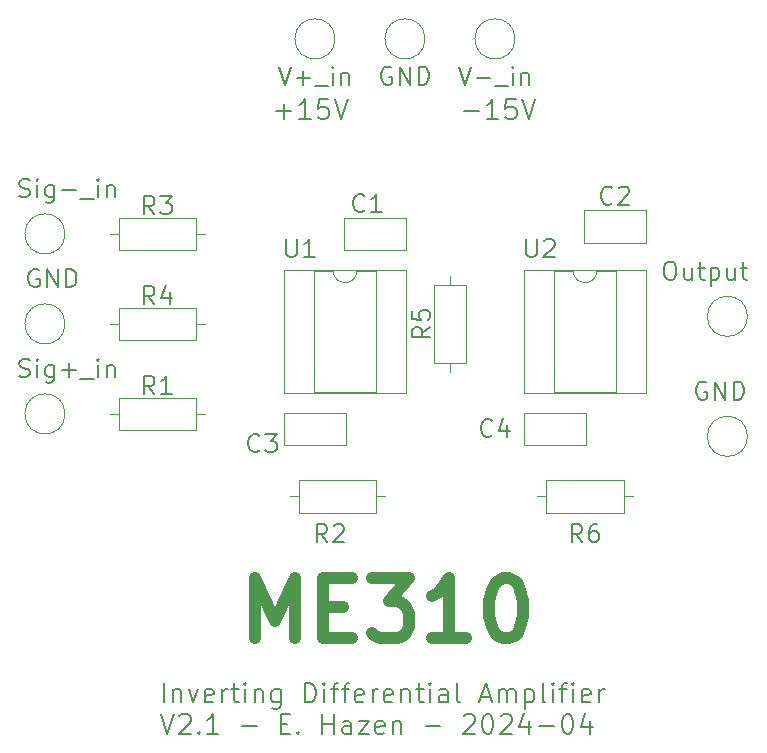
<source format=gbr>
%TF.GenerationSoftware,KiCad,Pcbnew,8.0.0-8.0.0-1~ubuntu22.04.1*%
%TF.CreationDate,2024-03-18T09:13:24-04:00*%
%TF.ProjectId,me310-diff-amp,6d653331-302d-4646-9966-662d616d702e,rev?*%
%TF.SameCoordinates,Original*%
%TF.FileFunction,Legend,Top*%
%TF.FilePolarity,Positive*%
%FSLAX46Y46*%
G04 Gerber Fmt 4.6, Leading zero omitted, Abs format (unit mm)*
G04 Created by KiCad (PCBNEW 8.0.0-8.0.0-1~ubuntu22.04.1) date 2024-03-18 09:13:24*
%MOMM*%
%LPD*%
G01*
G04 APERTURE LIST*
%ADD10C,0.203200*%
%ADD11C,1.016000*%
%ADD12C,0.120000*%
G04 APERTURE END LIST*
D10*
X123716779Y-84883430D02*
X124974684Y-84883430D01*
X124345731Y-85512383D02*
X124345731Y-84254478D01*
X126625683Y-85512383D02*
X125682255Y-85512383D01*
X126153969Y-85512383D02*
X126153969Y-83861383D01*
X126153969Y-83861383D02*
X125996731Y-84097240D01*
X125996731Y-84097240D02*
X125839493Y-84254478D01*
X125839493Y-84254478D02*
X125682255Y-84333097D01*
X128119445Y-83861383D02*
X127333255Y-83861383D01*
X127333255Y-83861383D02*
X127254636Y-84647573D01*
X127254636Y-84647573D02*
X127333255Y-84568954D01*
X127333255Y-84568954D02*
X127490493Y-84490335D01*
X127490493Y-84490335D02*
X127883588Y-84490335D01*
X127883588Y-84490335D02*
X128040826Y-84568954D01*
X128040826Y-84568954D02*
X128119445Y-84647573D01*
X128119445Y-84647573D02*
X128198064Y-84804811D01*
X128198064Y-84804811D02*
X128198064Y-85197906D01*
X128198064Y-85197906D02*
X128119445Y-85355144D01*
X128119445Y-85355144D02*
X128040826Y-85433764D01*
X128040826Y-85433764D02*
X127883588Y-85512383D01*
X127883588Y-85512383D02*
X127490493Y-85512383D01*
X127490493Y-85512383D02*
X127333255Y-85433764D01*
X127333255Y-85433764D02*
X127254636Y-85355144D01*
X128669779Y-83861383D02*
X129220112Y-85512383D01*
X129220112Y-85512383D02*
X129770445Y-83861383D01*
X139591779Y-84883430D02*
X140849684Y-84883430D01*
X142500683Y-85512383D02*
X141557255Y-85512383D01*
X142028969Y-85512383D02*
X142028969Y-83861383D01*
X142028969Y-83861383D02*
X141871731Y-84097240D01*
X141871731Y-84097240D02*
X141714493Y-84254478D01*
X141714493Y-84254478D02*
X141557255Y-84333097D01*
X143994445Y-83861383D02*
X143208255Y-83861383D01*
X143208255Y-83861383D02*
X143129636Y-84647573D01*
X143129636Y-84647573D02*
X143208255Y-84568954D01*
X143208255Y-84568954D02*
X143365493Y-84490335D01*
X143365493Y-84490335D02*
X143758588Y-84490335D01*
X143758588Y-84490335D02*
X143915826Y-84568954D01*
X143915826Y-84568954D02*
X143994445Y-84647573D01*
X143994445Y-84647573D02*
X144073064Y-84804811D01*
X144073064Y-84804811D02*
X144073064Y-85197906D01*
X144073064Y-85197906D02*
X143994445Y-85355144D01*
X143994445Y-85355144D02*
X143915826Y-85433764D01*
X143915826Y-85433764D02*
X143758588Y-85512383D01*
X143758588Y-85512383D02*
X143365493Y-85512383D01*
X143365493Y-85512383D02*
X143208255Y-85433764D01*
X143208255Y-85433764D02*
X143129636Y-85355144D01*
X144544779Y-83861383D02*
X145095112Y-85512383D01*
X145095112Y-85512383D02*
X145645445Y-83861383D01*
X114191779Y-134924365D02*
X114191779Y-133273365D01*
X114977969Y-133823698D02*
X114977969Y-134924365D01*
X114977969Y-133980936D02*
X115056588Y-133902317D01*
X115056588Y-133902317D02*
X115213826Y-133823698D01*
X115213826Y-133823698D02*
X115449683Y-133823698D01*
X115449683Y-133823698D02*
X115606921Y-133902317D01*
X115606921Y-133902317D02*
X115685540Y-134059555D01*
X115685540Y-134059555D02*
X115685540Y-134924365D01*
X116314493Y-133823698D02*
X116707588Y-134924365D01*
X116707588Y-134924365D02*
X117100683Y-133823698D01*
X118358588Y-134845746D02*
X118201350Y-134924365D01*
X118201350Y-134924365D02*
X117886874Y-134924365D01*
X117886874Y-134924365D02*
X117729636Y-134845746D01*
X117729636Y-134845746D02*
X117651017Y-134688507D01*
X117651017Y-134688507D02*
X117651017Y-134059555D01*
X117651017Y-134059555D02*
X117729636Y-133902317D01*
X117729636Y-133902317D02*
X117886874Y-133823698D01*
X117886874Y-133823698D02*
X118201350Y-133823698D01*
X118201350Y-133823698D02*
X118358588Y-133902317D01*
X118358588Y-133902317D02*
X118437207Y-134059555D01*
X118437207Y-134059555D02*
X118437207Y-134216793D01*
X118437207Y-134216793D02*
X117651017Y-134374031D01*
X119144779Y-134924365D02*
X119144779Y-133823698D01*
X119144779Y-134138174D02*
X119223398Y-133980936D01*
X119223398Y-133980936D02*
X119302017Y-133902317D01*
X119302017Y-133902317D02*
X119459255Y-133823698D01*
X119459255Y-133823698D02*
X119616493Y-133823698D01*
X119930970Y-133823698D02*
X120559922Y-133823698D01*
X120166827Y-133273365D02*
X120166827Y-134688507D01*
X120166827Y-134688507D02*
X120245446Y-134845746D01*
X120245446Y-134845746D02*
X120402684Y-134924365D01*
X120402684Y-134924365D02*
X120559922Y-134924365D01*
X121110256Y-134924365D02*
X121110256Y-133823698D01*
X121110256Y-133273365D02*
X121031637Y-133351984D01*
X121031637Y-133351984D02*
X121110256Y-133430603D01*
X121110256Y-133430603D02*
X121188875Y-133351984D01*
X121188875Y-133351984D02*
X121110256Y-133273365D01*
X121110256Y-133273365D02*
X121110256Y-133430603D01*
X121896446Y-133823698D02*
X121896446Y-134924365D01*
X121896446Y-133980936D02*
X121975065Y-133902317D01*
X121975065Y-133902317D02*
X122132303Y-133823698D01*
X122132303Y-133823698D02*
X122368160Y-133823698D01*
X122368160Y-133823698D02*
X122525398Y-133902317D01*
X122525398Y-133902317D02*
X122604017Y-134059555D01*
X122604017Y-134059555D02*
X122604017Y-134924365D01*
X124097779Y-133823698D02*
X124097779Y-135160222D01*
X124097779Y-135160222D02*
X124019160Y-135317460D01*
X124019160Y-135317460D02*
X123940541Y-135396079D01*
X123940541Y-135396079D02*
X123783303Y-135474698D01*
X123783303Y-135474698D02*
X123547446Y-135474698D01*
X123547446Y-135474698D02*
X123390208Y-135396079D01*
X124097779Y-134845746D02*
X123940541Y-134924365D01*
X123940541Y-134924365D02*
X123626065Y-134924365D01*
X123626065Y-134924365D02*
X123468827Y-134845746D01*
X123468827Y-134845746D02*
X123390208Y-134767126D01*
X123390208Y-134767126D02*
X123311589Y-134609888D01*
X123311589Y-134609888D02*
X123311589Y-134138174D01*
X123311589Y-134138174D02*
X123390208Y-133980936D01*
X123390208Y-133980936D02*
X123468827Y-133902317D01*
X123468827Y-133902317D02*
X123626065Y-133823698D01*
X123626065Y-133823698D02*
X123940541Y-133823698D01*
X123940541Y-133823698D02*
X124097779Y-133902317D01*
X126141875Y-134924365D02*
X126141875Y-133273365D01*
X126141875Y-133273365D02*
X126534970Y-133273365D01*
X126534970Y-133273365D02*
X126770827Y-133351984D01*
X126770827Y-133351984D02*
X126928065Y-133509222D01*
X126928065Y-133509222D02*
X127006684Y-133666460D01*
X127006684Y-133666460D02*
X127085303Y-133980936D01*
X127085303Y-133980936D02*
X127085303Y-134216793D01*
X127085303Y-134216793D02*
X127006684Y-134531269D01*
X127006684Y-134531269D02*
X126928065Y-134688507D01*
X126928065Y-134688507D02*
X126770827Y-134845746D01*
X126770827Y-134845746D02*
X126534970Y-134924365D01*
X126534970Y-134924365D02*
X126141875Y-134924365D01*
X127792875Y-134924365D02*
X127792875Y-133823698D01*
X127792875Y-133273365D02*
X127714256Y-133351984D01*
X127714256Y-133351984D02*
X127792875Y-133430603D01*
X127792875Y-133430603D02*
X127871494Y-133351984D01*
X127871494Y-133351984D02*
X127792875Y-133273365D01*
X127792875Y-133273365D02*
X127792875Y-133430603D01*
X128343208Y-133823698D02*
X128972160Y-133823698D01*
X128579065Y-134924365D02*
X128579065Y-133509222D01*
X128579065Y-133509222D02*
X128657684Y-133351984D01*
X128657684Y-133351984D02*
X128814922Y-133273365D01*
X128814922Y-133273365D02*
X128972160Y-133273365D01*
X129286637Y-133823698D02*
X129915589Y-133823698D01*
X129522494Y-134924365D02*
X129522494Y-133509222D01*
X129522494Y-133509222D02*
X129601113Y-133351984D01*
X129601113Y-133351984D02*
X129758351Y-133273365D01*
X129758351Y-133273365D02*
X129915589Y-133273365D01*
X131094875Y-134845746D02*
X130937637Y-134924365D01*
X130937637Y-134924365D02*
X130623161Y-134924365D01*
X130623161Y-134924365D02*
X130465923Y-134845746D01*
X130465923Y-134845746D02*
X130387304Y-134688507D01*
X130387304Y-134688507D02*
X130387304Y-134059555D01*
X130387304Y-134059555D02*
X130465923Y-133902317D01*
X130465923Y-133902317D02*
X130623161Y-133823698D01*
X130623161Y-133823698D02*
X130937637Y-133823698D01*
X130937637Y-133823698D02*
X131094875Y-133902317D01*
X131094875Y-133902317D02*
X131173494Y-134059555D01*
X131173494Y-134059555D02*
X131173494Y-134216793D01*
X131173494Y-134216793D02*
X130387304Y-134374031D01*
X131881066Y-134924365D02*
X131881066Y-133823698D01*
X131881066Y-134138174D02*
X131959685Y-133980936D01*
X131959685Y-133980936D02*
X132038304Y-133902317D01*
X132038304Y-133902317D02*
X132195542Y-133823698D01*
X132195542Y-133823698D02*
X132352780Y-133823698D01*
X133532066Y-134845746D02*
X133374828Y-134924365D01*
X133374828Y-134924365D02*
X133060352Y-134924365D01*
X133060352Y-134924365D02*
X132903114Y-134845746D01*
X132903114Y-134845746D02*
X132824495Y-134688507D01*
X132824495Y-134688507D02*
X132824495Y-134059555D01*
X132824495Y-134059555D02*
X132903114Y-133902317D01*
X132903114Y-133902317D02*
X133060352Y-133823698D01*
X133060352Y-133823698D02*
X133374828Y-133823698D01*
X133374828Y-133823698D02*
X133532066Y-133902317D01*
X133532066Y-133902317D02*
X133610685Y-134059555D01*
X133610685Y-134059555D02*
X133610685Y-134216793D01*
X133610685Y-134216793D02*
X132824495Y-134374031D01*
X134318257Y-133823698D02*
X134318257Y-134924365D01*
X134318257Y-133980936D02*
X134396876Y-133902317D01*
X134396876Y-133902317D02*
X134554114Y-133823698D01*
X134554114Y-133823698D02*
X134789971Y-133823698D01*
X134789971Y-133823698D02*
X134947209Y-133902317D01*
X134947209Y-133902317D02*
X135025828Y-134059555D01*
X135025828Y-134059555D02*
X135025828Y-134924365D01*
X135576162Y-133823698D02*
X136205114Y-133823698D01*
X135812019Y-133273365D02*
X135812019Y-134688507D01*
X135812019Y-134688507D02*
X135890638Y-134845746D01*
X135890638Y-134845746D02*
X136047876Y-134924365D01*
X136047876Y-134924365D02*
X136205114Y-134924365D01*
X136755448Y-134924365D02*
X136755448Y-133823698D01*
X136755448Y-133273365D02*
X136676829Y-133351984D01*
X136676829Y-133351984D02*
X136755448Y-133430603D01*
X136755448Y-133430603D02*
X136834067Y-133351984D01*
X136834067Y-133351984D02*
X136755448Y-133273365D01*
X136755448Y-133273365D02*
X136755448Y-133430603D01*
X138249209Y-134924365D02*
X138249209Y-134059555D01*
X138249209Y-134059555D02*
X138170590Y-133902317D01*
X138170590Y-133902317D02*
X138013352Y-133823698D01*
X138013352Y-133823698D02*
X137698876Y-133823698D01*
X137698876Y-133823698D02*
X137541638Y-133902317D01*
X138249209Y-134845746D02*
X138091971Y-134924365D01*
X138091971Y-134924365D02*
X137698876Y-134924365D01*
X137698876Y-134924365D02*
X137541638Y-134845746D01*
X137541638Y-134845746D02*
X137463019Y-134688507D01*
X137463019Y-134688507D02*
X137463019Y-134531269D01*
X137463019Y-134531269D02*
X137541638Y-134374031D01*
X137541638Y-134374031D02*
X137698876Y-134295412D01*
X137698876Y-134295412D02*
X138091971Y-134295412D01*
X138091971Y-134295412D02*
X138249209Y-134216793D01*
X139271257Y-134924365D02*
X139114019Y-134845746D01*
X139114019Y-134845746D02*
X139035400Y-134688507D01*
X139035400Y-134688507D02*
X139035400Y-133273365D01*
X141079496Y-134452650D02*
X141865686Y-134452650D01*
X140922258Y-134924365D02*
X141472591Y-133273365D01*
X141472591Y-133273365D02*
X142022924Y-134924365D01*
X142573258Y-134924365D02*
X142573258Y-133823698D01*
X142573258Y-133980936D02*
X142651877Y-133902317D01*
X142651877Y-133902317D02*
X142809115Y-133823698D01*
X142809115Y-133823698D02*
X143044972Y-133823698D01*
X143044972Y-133823698D02*
X143202210Y-133902317D01*
X143202210Y-133902317D02*
X143280829Y-134059555D01*
X143280829Y-134059555D02*
X143280829Y-134924365D01*
X143280829Y-134059555D02*
X143359448Y-133902317D01*
X143359448Y-133902317D02*
X143516686Y-133823698D01*
X143516686Y-133823698D02*
X143752543Y-133823698D01*
X143752543Y-133823698D02*
X143909782Y-133902317D01*
X143909782Y-133902317D02*
X143988401Y-134059555D01*
X143988401Y-134059555D02*
X143988401Y-134924365D01*
X144774591Y-133823698D02*
X144774591Y-135474698D01*
X144774591Y-133902317D02*
X144931829Y-133823698D01*
X144931829Y-133823698D02*
X145246305Y-133823698D01*
X145246305Y-133823698D02*
X145403543Y-133902317D01*
X145403543Y-133902317D02*
X145482162Y-133980936D01*
X145482162Y-133980936D02*
X145560781Y-134138174D01*
X145560781Y-134138174D02*
X145560781Y-134609888D01*
X145560781Y-134609888D02*
X145482162Y-134767126D01*
X145482162Y-134767126D02*
X145403543Y-134845746D01*
X145403543Y-134845746D02*
X145246305Y-134924365D01*
X145246305Y-134924365D02*
X144931829Y-134924365D01*
X144931829Y-134924365D02*
X144774591Y-134845746D01*
X146504210Y-134924365D02*
X146346972Y-134845746D01*
X146346972Y-134845746D02*
X146268353Y-134688507D01*
X146268353Y-134688507D02*
X146268353Y-133273365D01*
X147133163Y-134924365D02*
X147133163Y-133823698D01*
X147133163Y-133273365D02*
X147054544Y-133351984D01*
X147054544Y-133351984D02*
X147133163Y-133430603D01*
X147133163Y-133430603D02*
X147211782Y-133351984D01*
X147211782Y-133351984D02*
X147133163Y-133273365D01*
X147133163Y-133273365D02*
X147133163Y-133430603D01*
X147683496Y-133823698D02*
X148312448Y-133823698D01*
X147919353Y-134924365D02*
X147919353Y-133509222D01*
X147919353Y-133509222D02*
X147997972Y-133351984D01*
X147997972Y-133351984D02*
X148155210Y-133273365D01*
X148155210Y-133273365D02*
X148312448Y-133273365D01*
X148862782Y-134924365D02*
X148862782Y-133823698D01*
X148862782Y-133273365D02*
X148784163Y-133351984D01*
X148784163Y-133351984D02*
X148862782Y-133430603D01*
X148862782Y-133430603D02*
X148941401Y-133351984D01*
X148941401Y-133351984D02*
X148862782Y-133273365D01*
X148862782Y-133273365D02*
X148862782Y-133430603D01*
X150277924Y-134845746D02*
X150120686Y-134924365D01*
X150120686Y-134924365D02*
X149806210Y-134924365D01*
X149806210Y-134924365D02*
X149648972Y-134845746D01*
X149648972Y-134845746D02*
X149570353Y-134688507D01*
X149570353Y-134688507D02*
X149570353Y-134059555D01*
X149570353Y-134059555D02*
X149648972Y-133902317D01*
X149648972Y-133902317D02*
X149806210Y-133823698D01*
X149806210Y-133823698D02*
X150120686Y-133823698D01*
X150120686Y-133823698D02*
X150277924Y-133902317D01*
X150277924Y-133902317D02*
X150356543Y-134059555D01*
X150356543Y-134059555D02*
X150356543Y-134216793D01*
X150356543Y-134216793D02*
X149570353Y-134374031D01*
X151064115Y-134924365D02*
X151064115Y-133823698D01*
X151064115Y-134138174D02*
X151142734Y-133980936D01*
X151142734Y-133980936D02*
X151221353Y-133902317D01*
X151221353Y-133902317D02*
X151378591Y-133823698D01*
X151378591Y-133823698D02*
X151535829Y-133823698D01*
X113955922Y-135931383D02*
X114506255Y-137582383D01*
X114506255Y-137582383D02*
X115056588Y-135931383D01*
X115528303Y-136088621D02*
X115606922Y-136010002D01*
X115606922Y-136010002D02*
X115764160Y-135931383D01*
X115764160Y-135931383D02*
X116157255Y-135931383D01*
X116157255Y-135931383D02*
X116314493Y-136010002D01*
X116314493Y-136010002D02*
X116393112Y-136088621D01*
X116393112Y-136088621D02*
X116471731Y-136245859D01*
X116471731Y-136245859D02*
X116471731Y-136403097D01*
X116471731Y-136403097D02*
X116393112Y-136638954D01*
X116393112Y-136638954D02*
X115449684Y-137582383D01*
X115449684Y-137582383D02*
X116471731Y-137582383D01*
X117179303Y-137425144D02*
X117257922Y-137503764D01*
X117257922Y-137503764D02*
X117179303Y-137582383D01*
X117179303Y-137582383D02*
X117100684Y-137503764D01*
X117100684Y-137503764D02*
X117179303Y-137425144D01*
X117179303Y-137425144D02*
X117179303Y-137582383D01*
X118830302Y-137582383D02*
X117886874Y-137582383D01*
X118358588Y-137582383D02*
X118358588Y-135931383D01*
X118358588Y-135931383D02*
X118201350Y-136167240D01*
X118201350Y-136167240D02*
X118044112Y-136324478D01*
X118044112Y-136324478D02*
X117886874Y-136403097D01*
X120795779Y-136953430D02*
X122053684Y-136953430D01*
X124097779Y-136717573D02*
X124648112Y-136717573D01*
X124883969Y-137582383D02*
X124097779Y-137582383D01*
X124097779Y-137582383D02*
X124097779Y-135931383D01*
X124097779Y-135931383D02*
X124883969Y-135931383D01*
X125591541Y-137425144D02*
X125670160Y-137503764D01*
X125670160Y-137503764D02*
X125591541Y-137582383D01*
X125591541Y-137582383D02*
X125512922Y-137503764D01*
X125512922Y-137503764D02*
X125591541Y-137425144D01*
X125591541Y-137425144D02*
X125591541Y-137582383D01*
X127635636Y-137582383D02*
X127635636Y-135931383D01*
X127635636Y-136717573D02*
X128579064Y-136717573D01*
X128579064Y-137582383D02*
X128579064Y-135931383D01*
X130072826Y-137582383D02*
X130072826Y-136717573D01*
X130072826Y-136717573D02*
X129994207Y-136560335D01*
X129994207Y-136560335D02*
X129836969Y-136481716D01*
X129836969Y-136481716D02*
X129522493Y-136481716D01*
X129522493Y-136481716D02*
X129365255Y-136560335D01*
X130072826Y-137503764D02*
X129915588Y-137582383D01*
X129915588Y-137582383D02*
X129522493Y-137582383D01*
X129522493Y-137582383D02*
X129365255Y-137503764D01*
X129365255Y-137503764D02*
X129286636Y-137346525D01*
X129286636Y-137346525D02*
X129286636Y-137189287D01*
X129286636Y-137189287D02*
X129365255Y-137032049D01*
X129365255Y-137032049D02*
X129522493Y-136953430D01*
X129522493Y-136953430D02*
X129915588Y-136953430D01*
X129915588Y-136953430D02*
X130072826Y-136874811D01*
X130701779Y-136481716D02*
X131566588Y-136481716D01*
X131566588Y-136481716D02*
X130701779Y-137582383D01*
X130701779Y-137582383D02*
X131566588Y-137582383D01*
X132824493Y-137503764D02*
X132667255Y-137582383D01*
X132667255Y-137582383D02*
X132352779Y-137582383D01*
X132352779Y-137582383D02*
X132195541Y-137503764D01*
X132195541Y-137503764D02*
X132116922Y-137346525D01*
X132116922Y-137346525D02*
X132116922Y-136717573D01*
X132116922Y-136717573D02*
X132195541Y-136560335D01*
X132195541Y-136560335D02*
X132352779Y-136481716D01*
X132352779Y-136481716D02*
X132667255Y-136481716D01*
X132667255Y-136481716D02*
X132824493Y-136560335D01*
X132824493Y-136560335D02*
X132903112Y-136717573D01*
X132903112Y-136717573D02*
X132903112Y-136874811D01*
X132903112Y-136874811D02*
X132116922Y-137032049D01*
X133610684Y-136481716D02*
X133610684Y-137582383D01*
X133610684Y-136638954D02*
X133689303Y-136560335D01*
X133689303Y-136560335D02*
X133846541Y-136481716D01*
X133846541Y-136481716D02*
X134082398Y-136481716D01*
X134082398Y-136481716D02*
X134239636Y-136560335D01*
X134239636Y-136560335D02*
X134318255Y-136717573D01*
X134318255Y-136717573D02*
X134318255Y-137582383D01*
X136362351Y-136953430D02*
X137620256Y-136953430D01*
X139585732Y-136088621D02*
X139664351Y-136010002D01*
X139664351Y-136010002D02*
X139821589Y-135931383D01*
X139821589Y-135931383D02*
X140214684Y-135931383D01*
X140214684Y-135931383D02*
X140371922Y-136010002D01*
X140371922Y-136010002D02*
X140450541Y-136088621D01*
X140450541Y-136088621D02*
X140529160Y-136245859D01*
X140529160Y-136245859D02*
X140529160Y-136403097D01*
X140529160Y-136403097D02*
X140450541Y-136638954D01*
X140450541Y-136638954D02*
X139507113Y-137582383D01*
X139507113Y-137582383D02*
X140529160Y-137582383D01*
X141551208Y-135931383D02*
X141708446Y-135931383D01*
X141708446Y-135931383D02*
X141865684Y-136010002D01*
X141865684Y-136010002D02*
X141944303Y-136088621D01*
X141944303Y-136088621D02*
X142022922Y-136245859D01*
X142022922Y-136245859D02*
X142101541Y-136560335D01*
X142101541Y-136560335D02*
X142101541Y-136953430D01*
X142101541Y-136953430D02*
X142022922Y-137267906D01*
X142022922Y-137267906D02*
X141944303Y-137425144D01*
X141944303Y-137425144D02*
X141865684Y-137503764D01*
X141865684Y-137503764D02*
X141708446Y-137582383D01*
X141708446Y-137582383D02*
X141551208Y-137582383D01*
X141551208Y-137582383D02*
X141393970Y-137503764D01*
X141393970Y-137503764D02*
X141315351Y-137425144D01*
X141315351Y-137425144D02*
X141236732Y-137267906D01*
X141236732Y-137267906D02*
X141158113Y-136953430D01*
X141158113Y-136953430D02*
X141158113Y-136560335D01*
X141158113Y-136560335D02*
X141236732Y-136245859D01*
X141236732Y-136245859D02*
X141315351Y-136088621D01*
X141315351Y-136088621D02*
X141393970Y-136010002D01*
X141393970Y-136010002D02*
X141551208Y-135931383D01*
X142730494Y-136088621D02*
X142809113Y-136010002D01*
X142809113Y-136010002D02*
X142966351Y-135931383D01*
X142966351Y-135931383D02*
X143359446Y-135931383D01*
X143359446Y-135931383D02*
X143516684Y-136010002D01*
X143516684Y-136010002D02*
X143595303Y-136088621D01*
X143595303Y-136088621D02*
X143673922Y-136245859D01*
X143673922Y-136245859D02*
X143673922Y-136403097D01*
X143673922Y-136403097D02*
X143595303Y-136638954D01*
X143595303Y-136638954D02*
X142651875Y-137582383D01*
X142651875Y-137582383D02*
X143673922Y-137582383D01*
X145089065Y-136481716D02*
X145089065Y-137582383D01*
X144695970Y-135852764D02*
X144302875Y-137032049D01*
X144302875Y-137032049D02*
X145324922Y-137032049D01*
X145953875Y-136953430D02*
X147211780Y-136953430D01*
X148312446Y-135931383D02*
X148469684Y-135931383D01*
X148469684Y-135931383D02*
X148626922Y-136010002D01*
X148626922Y-136010002D02*
X148705541Y-136088621D01*
X148705541Y-136088621D02*
X148784160Y-136245859D01*
X148784160Y-136245859D02*
X148862779Y-136560335D01*
X148862779Y-136560335D02*
X148862779Y-136953430D01*
X148862779Y-136953430D02*
X148784160Y-137267906D01*
X148784160Y-137267906D02*
X148705541Y-137425144D01*
X148705541Y-137425144D02*
X148626922Y-137503764D01*
X148626922Y-137503764D02*
X148469684Y-137582383D01*
X148469684Y-137582383D02*
X148312446Y-137582383D01*
X148312446Y-137582383D02*
X148155208Y-137503764D01*
X148155208Y-137503764D02*
X148076589Y-137425144D01*
X148076589Y-137425144D02*
X147997970Y-137267906D01*
X147997970Y-137267906D02*
X147919351Y-136953430D01*
X147919351Y-136953430D02*
X147919351Y-136560335D01*
X147919351Y-136560335D02*
X147997970Y-136245859D01*
X147997970Y-136245859D02*
X148076589Y-136088621D01*
X148076589Y-136088621D02*
X148155208Y-136010002D01*
X148155208Y-136010002D02*
X148312446Y-135931383D01*
X150277922Y-136481716D02*
X150277922Y-137582383D01*
X149884827Y-135852764D02*
X149491732Y-137032049D01*
X149491732Y-137032049D02*
X150513779Y-137032049D01*
D11*
X121892944Y-129500472D02*
X121892944Y-124420472D01*
X121892944Y-124420472D02*
X123586278Y-128049044D01*
X123586278Y-128049044D02*
X125279611Y-124420472D01*
X125279611Y-124420472D02*
X125279611Y-129500472D01*
X127698658Y-126839520D02*
X129391992Y-126839520D01*
X130117706Y-129500472D02*
X127698658Y-129500472D01*
X127698658Y-129500472D02*
X127698658Y-124420472D01*
X127698658Y-124420472D02*
X130117706Y-124420472D01*
X131811039Y-124420472D02*
X134955801Y-124420472D01*
X134955801Y-124420472D02*
X133262467Y-126355710D01*
X133262467Y-126355710D02*
X133988182Y-126355710D01*
X133988182Y-126355710D02*
X134471991Y-126597615D01*
X134471991Y-126597615D02*
X134713896Y-126839520D01*
X134713896Y-126839520D02*
X134955801Y-127323329D01*
X134955801Y-127323329D02*
X134955801Y-128532853D01*
X134955801Y-128532853D02*
X134713896Y-129016663D01*
X134713896Y-129016663D02*
X134471991Y-129258568D01*
X134471991Y-129258568D02*
X133988182Y-129500472D01*
X133988182Y-129500472D02*
X132536753Y-129500472D01*
X132536753Y-129500472D02*
X132052944Y-129258568D01*
X132052944Y-129258568D02*
X131811039Y-129016663D01*
X139793896Y-129500472D02*
X136891039Y-129500472D01*
X138342467Y-129500472D02*
X138342467Y-124420472D01*
X138342467Y-124420472D02*
X137858658Y-125146187D01*
X137858658Y-125146187D02*
X137374848Y-125629996D01*
X137374848Y-125629996D02*
X136891039Y-125871901D01*
X142938657Y-124420472D02*
X143422467Y-124420472D01*
X143422467Y-124420472D02*
X143906276Y-124662377D01*
X143906276Y-124662377D02*
X144148181Y-124904282D01*
X144148181Y-124904282D02*
X144390086Y-125388091D01*
X144390086Y-125388091D02*
X144631991Y-126355710D01*
X144631991Y-126355710D02*
X144631991Y-127565234D01*
X144631991Y-127565234D02*
X144390086Y-128532853D01*
X144390086Y-128532853D02*
X144148181Y-129016663D01*
X144148181Y-129016663D02*
X143906276Y-129258568D01*
X143906276Y-129258568D02*
X143422467Y-129500472D01*
X143422467Y-129500472D02*
X142938657Y-129500472D01*
X142938657Y-129500472D02*
X142454848Y-129258568D01*
X142454848Y-129258568D02*
X142212943Y-129016663D01*
X142212943Y-129016663D02*
X141971038Y-128532853D01*
X141971038Y-128532853D02*
X141729134Y-127565234D01*
X141729134Y-127565234D02*
X141729134Y-126355710D01*
X141729134Y-126355710D02*
X141971038Y-125388091D01*
X141971038Y-125388091D02*
X142212943Y-124904282D01*
X142212943Y-124904282D02*
X142454848Y-124662377D01*
X142454848Y-124662377D02*
X142938657Y-124420472D01*
D10*
X113411000Y-101194464D02*
X112903000Y-100468750D01*
X112540143Y-101194464D02*
X112540143Y-99670464D01*
X112540143Y-99670464D02*
X113120714Y-99670464D01*
X113120714Y-99670464D02*
X113265857Y-99743035D01*
X113265857Y-99743035D02*
X113338428Y-99815607D01*
X113338428Y-99815607D02*
X113411000Y-99960750D01*
X113411000Y-99960750D02*
X113411000Y-100178464D01*
X113411000Y-100178464D02*
X113338428Y-100323607D01*
X113338428Y-100323607D02*
X113265857Y-100396178D01*
X113265857Y-100396178D02*
X113120714Y-100468750D01*
X113120714Y-100468750D02*
X112540143Y-100468750D01*
X114717286Y-100178464D02*
X114717286Y-101194464D01*
X114354428Y-99597893D02*
X113991571Y-100686464D01*
X113991571Y-100686464D02*
X114935000Y-100686464D01*
X113411000Y-93574464D02*
X112903000Y-92848750D01*
X112540143Y-93574464D02*
X112540143Y-92050464D01*
X112540143Y-92050464D02*
X113120714Y-92050464D01*
X113120714Y-92050464D02*
X113265857Y-92123035D01*
X113265857Y-92123035D02*
X113338428Y-92195607D01*
X113338428Y-92195607D02*
X113411000Y-92340750D01*
X113411000Y-92340750D02*
X113411000Y-92558464D01*
X113411000Y-92558464D02*
X113338428Y-92703607D01*
X113338428Y-92703607D02*
X113265857Y-92776178D01*
X113265857Y-92776178D02*
X113120714Y-92848750D01*
X113120714Y-92848750D02*
X112540143Y-92848750D01*
X113919000Y-92050464D02*
X114862428Y-92050464D01*
X114862428Y-92050464D02*
X114354428Y-92631035D01*
X114354428Y-92631035D02*
X114572143Y-92631035D01*
X114572143Y-92631035D02*
X114717286Y-92703607D01*
X114717286Y-92703607D02*
X114789857Y-92776178D01*
X114789857Y-92776178D02*
X114862428Y-92921321D01*
X114862428Y-92921321D02*
X114862428Y-93284178D01*
X114862428Y-93284178D02*
X114789857Y-93429321D01*
X114789857Y-93429321D02*
X114717286Y-93501893D01*
X114717286Y-93501893D02*
X114572143Y-93574464D01*
X114572143Y-93574464D02*
X114136714Y-93574464D01*
X114136714Y-93574464D02*
X113991571Y-93501893D01*
X113991571Y-93501893D02*
X113919000Y-93429321D01*
X149606000Y-121344464D02*
X149098000Y-120618750D01*
X148735143Y-121344464D02*
X148735143Y-119820464D01*
X148735143Y-119820464D02*
X149315714Y-119820464D01*
X149315714Y-119820464D02*
X149460857Y-119893035D01*
X149460857Y-119893035D02*
X149533428Y-119965607D01*
X149533428Y-119965607D02*
X149606000Y-120110750D01*
X149606000Y-120110750D02*
X149606000Y-120328464D01*
X149606000Y-120328464D02*
X149533428Y-120473607D01*
X149533428Y-120473607D02*
X149460857Y-120546178D01*
X149460857Y-120546178D02*
X149315714Y-120618750D01*
X149315714Y-120618750D02*
X148735143Y-120618750D01*
X150912286Y-119820464D02*
X150622000Y-119820464D01*
X150622000Y-119820464D02*
X150476857Y-119893035D01*
X150476857Y-119893035D02*
X150404286Y-119965607D01*
X150404286Y-119965607D02*
X150259143Y-120183321D01*
X150259143Y-120183321D02*
X150186571Y-120473607D01*
X150186571Y-120473607D02*
X150186571Y-121054178D01*
X150186571Y-121054178D02*
X150259143Y-121199321D01*
X150259143Y-121199321D02*
X150331714Y-121271893D01*
X150331714Y-121271893D02*
X150476857Y-121344464D01*
X150476857Y-121344464D02*
X150767143Y-121344464D01*
X150767143Y-121344464D02*
X150912286Y-121271893D01*
X150912286Y-121271893D02*
X150984857Y-121199321D01*
X150984857Y-121199321D02*
X151057428Y-121054178D01*
X151057428Y-121054178D02*
X151057428Y-120691321D01*
X151057428Y-120691321D02*
X150984857Y-120546178D01*
X150984857Y-120546178D02*
X150912286Y-120473607D01*
X150912286Y-120473607D02*
X150767143Y-120401035D01*
X150767143Y-120401035D02*
X150476857Y-120401035D01*
X150476857Y-120401035D02*
X150331714Y-120473607D01*
X150331714Y-120473607D02*
X150259143Y-120546178D01*
X150259143Y-120546178D02*
X150186571Y-120691321D01*
X133458857Y-81158035D02*
X133313715Y-81085464D01*
X133313715Y-81085464D02*
X133096000Y-81085464D01*
X133096000Y-81085464D02*
X132878286Y-81158035D01*
X132878286Y-81158035D02*
X132733143Y-81303178D01*
X132733143Y-81303178D02*
X132660572Y-81448321D01*
X132660572Y-81448321D02*
X132588000Y-81738607D01*
X132588000Y-81738607D02*
X132588000Y-81956321D01*
X132588000Y-81956321D02*
X132660572Y-82246607D01*
X132660572Y-82246607D02*
X132733143Y-82391750D01*
X132733143Y-82391750D02*
X132878286Y-82536893D01*
X132878286Y-82536893D02*
X133096000Y-82609464D01*
X133096000Y-82609464D02*
X133241143Y-82609464D01*
X133241143Y-82609464D02*
X133458857Y-82536893D01*
X133458857Y-82536893D02*
X133531429Y-82464321D01*
X133531429Y-82464321D02*
X133531429Y-81956321D01*
X133531429Y-81956321D02*
X133241143Y-81956321D01*
X134184572Y-82609464D02*
X134184572Y-81085464D01*
X134184572Y-81085464D02*
X135055429Y-82609464D01*
X135055429Y-82609464D02*
X135055429Y-81085464D01*
X135781143Y-82609464D02*
X135781143Y-81085464D01*
X135781143Y-81085464D02*
X136144000Y-81085464D01*
X136144000Y-81085464D02*
X136361714Y-81158035D01*
X136361714Y-81158035D02*
X136506857Y-81303178D01*
X136506857Y-81303178D02*
X136579428Y-81448321D01*
X136579428Y-81448321D02*
X136652000Y-81738607D01*
X136652000Y-81738607D02*
X136652000Y-81956321D01*
X136652000Y-81956321D02*
X136579428Y-82246607D01*
X136579428Y-82246607D02*
X136506857Y-82391750D01*
X136506857Y-82391750D02*
X136361714Y-82536893D01*
X136361714Y-82536893D02*
X136144000Y-82609464D01*
X136144000Y-82609464D02*
X135781143Y-82609464D01*
X101981000Y-92061893D02*
X102198715Y-92134464D01*
X102198715Y-92134464D02*
X102561572Y-92134464D01*
X102561572Y-92134464D02*
X102706715Y-92061893D01*
X102706715Y-92061893D02*
X102779286Y-91989321D01*
X102779286Y-91989321D02*
X102851857Y-91844178D01*
X102851857Y-91844178D02*
X102851857Y-91699035D01*
X102851857Y-91699035D02*
X102779286Y-91553893D01*
X102779286Y-91553893D02*
X102706715Y-91481321D01*
X102706715Y-91481321D02*
X102561572Y-91408750D01*
X102561572Y-91408750D02*
X102271286Y-91336178D01*
X102271286Y-91336178D02*
X102126143Y-91263607D01*
X102126143Y-91263607D02*
X102053572Y-91191035D01*
X102053572Y-91191035D02*
X101981000Y-91045893D01*
X101981000Y-91045893D02*
X101981000Y-90900750D01*
X101981000Y-90900750D02*
X102053572Y-90755607D01*
X102053572Y-90755607D02*
X102126143Y-90683035D01*
X102126143Y-90683035D02*
X102271286Y-90610464D01*
X102271286Y-90610464D02*
X102634143Y-90610464D01*
X102634143Y-90610464D02*
X102851857Y-90683035D01*
X103505001Y-92134464D02*
X103505001Y-91118464D01*
X103505001Y-90610464D02*
X103432429Y-90683035D01*
X103432429Y-90683035D02*
X103505001Y-90755607D01*
X103505001Y-90755607D02*
X103577572Y-90683035D01*
X103577572Y-90683035D02*
X103505001Y-90610464D01*
X103505001Y-90610464D02*
X103505001Y-90755607D01*
X104883858Y-91118464D02*
X104883858Y-92352178D01*
X104883858Y-92352178D02*
X104811286Y-92497321D01*
X104811286Y-92497321D02*
X104738715Y-92569893D01*
X104738715Y-92569893D02*
X104593572Y-92642464D01*
X104593572Y-92642464D02*
X104375858Y-92642464D01*
X104375858Y-92642464D02*
X104230715Y-92569893D01*
X104883858Y-92061893D02*
X104738715Y-92134464D01*
X104738715Y-92134464D02*
X104448429Y-92134464D01*
X104448429Y-92134464D02*
X104303286Y-92061893D01*
X104303286Y-92061893D02*
X104230715Y-91989321D01*
X104230715Y-91989321D02*
X104158143Y-91844178D01*
X104158143Y-91844178D02*
X104158143Y-91408750D01*
X104158143Y-91408750D02*
X104230715Y-91263607D01*
X104230715Y-91263607D02*
X104303286Y-91191035D01*
X104303286Y-91191035D02*
X104448429Y-91118464D01*
X104448429Y-91118464D02*
X104738715Y-91118464D01*
X104738715Y-91118464D02*
X104883858Y-91191035D01*
X105609572Y-91553893D02*
X106770715Y-91553893D01*
X107133572Y-92279607D02*
X108294714Y-92279607D01*
X108657572Y-92134464D02*
X108657572Y-91118464D01*
X108657572Y-90610464D02*
X108585000Y-90683035D01*
X108585000Y-90683035D02*
X108657572Y-90755607D01*
X108657572Y-90755607D02*
X108730143Y-90683035D01*
X108730143Y-90683035D02*
X108657572Y-90610464D01*
X108657572Y-90610464D02*
X108657572Y-90755607D01*
X109383286Y-91118464D02*
X109383286Y-92134464D01*
X109383286Y-91263607D02*
X109455857Y-91191035D01*
X109455857Y-91191035D02*
X109601000Y-91118464D01*
X109601000Y-91118464D02*
X109818714Y-91118464D01*
X109818714Y-91118464D02*
X109963857Y-91191035D01*
X109963857Y-91191035D02*
X110036429Y-91336178D01*
X110036429Y-91336178D02*
X110036429Y-92134464D01*
X160128857Y-107828035D02*
X159983715Y-107755464D01*
X159983715Y-107755464D02*
X159766000Y-107755464D01*
X159766000Y-107755464D02*
X159548286Y-107828035D01*
X159548286Y-107828035D02*
X159403143Y-107973178D01*
X159403143Y-107973178D02*
X159330572Y-108118321D01*
X159330572Y-108118321D02*
X159258000Y-108408607D01*
X159258000Y-108408607D02*
X159258000Y-108626321D01*
X159258000Y-108626321D02*
X159330572Y-108916607D01*
X159330572Y-108916607D02*
X159403143Y-109061750D01*
X159403143Y-109061750D02*
X159548286Y-109206893D01*
X159548286Y-109206893D02*
X159766000Y-109279464D01*
X159766000Y-109279464D02*
X159911143Y-109279464D01*
X159911143Y-109279464D02*
X160128857Y-109206893D01*
X160128857Y-109206893D02*
X160201429Y-109134321D01*
X160201429Y-109134321D02*
X160201429Y-108626321D01*
X160201429Y-108626321D02*
X159911143Y-108626321D01*
X160854572Y-109279464D02*
X160854572Y-107755464D01*
X160854572Y-107755464D02*
X161725429Y-109279464D01*
X161725429Y-109279464D02*
X161725429Y-107755464D01*
X162451143Y-109279464D02*
X162451143Y-107755464D01*
X162451143Y-107755464D02*
X162814000Y-107755464D01*
X162814000Y-107755464D02*
X163031714Y-107828035D01*
X163031714Y-107828035D02*
X163176857Y-107973178D01*
X163176857Y-107973178D02*
X163249428Y-108118321D01*
X163249428Y-108118321D02*
X163322000Y-108408607D01*
X163322000Y-108408607D02*
X163322000Y-108626321D01*
X163322000Y-108626321D02*
X163249428Y-108916607D01*
X163249428Y-108916607D02*
X163176857Y-109061750D01*
X163176857Y-109061750D02*
X163031714Y-109206893D01*
X163031714Y-109206893D02*
X162814000Y-109279464D01*
X162814000Y-109279464D02*
X162451143Y-109279464D01*
X141986000Y-112309321D02*
X141913428Y-112381893D01*
X141913428Y-112381893D02*
X141695714Y-112454464D01*
X141695714Y-112454464D02*
X141550571Y-112454464D01*
X141550571Y-112454464D02*
X141332857Y-112381893D01*
X141332857Y-112381893D02*
X141187714Y-112236750D01*
X141187714Y-112236750D02*
X141115143Y-112091607D01*
X141115143Y-112091607D02*
X141042571Y-111801321D01*
X141042571Y-111801321D02*
X141042571Y-111583607D01*
X141042571Y-111583607D02*
X141115143Y-111293321D01*
X141115143Y-111293321D02*
X141187714Y-111148178D01*
X141187714Y-111148178D02*
X141332857Y-111003035D01*
X141332857Y-111003035D02*
X141550571Y-110930464D01*
X141550571Y-110930464D02*
X141695714Y-110930464D01*
X141695714Y-110930464D02*
X141913428Y-111003035D01*
X141913428Y-111003035D02*
X141986000Y-111075607D01*
X143292286Y-111438464D02*
X143292286Y-112454464D01*
X142929428Y-110857893D02*
X142566571Y-111946464D01*
X142566571Y-111946464D02*
X143510000Y-111946464D01*
X113411000Y-108814464D02*
X112903000Y-108088750D01*
X112540143Y-108814464D02*
X112540143Y-107290464D01*
X112540143Y-107290464D02*
X113120714Y-107290464D01*
X113120714Y-107290464D02*
X113265857Y-107363035D01*
X113265857Y-107363035D02*
X113338428Y-107435607D01*
X113338428Y-107435607D02*
X113411000Y-107580750D01*
X113411000Y-107580750D02*
X113411000Y-107798464D01*
X113411000Y-107798464D02*
X113338428Y-107943607D01*
X113338428Y-107943607D02*
X113265857Y-108016178D01*
X113265857Y-108016178D02*
X113120714Y-108088750D01*
X113120714Y-108088750D02*
X112540143Y-108088750D01*
X114862428Y-108814464D02*
X113991571Y-108814464D01*
X114427000Y-108814464D02*
X114427000Y-107290464D01*
X114427000Y-107290464D02*
X114281857Y-107508178D01*
X114281857Y-107508178D02*
X114136714Y-107653321D01*
X114136714Y-107653321D02*
X113991571Y-107725893D01*
X101981000Y-107301893D02*
X102198715Y-107374464D01*
X102198715Y-107374464D02*
X102561572Y-107374464D01*
X102561572Y-107374464D02*
X102706715Y-107301893D01*
X102706715Y-107301893D02*
X102779286Y-107229321D01*
X102779286Y-107229321D02*
X102851857Y-107084178D01*
X102851857Y-107084178D02*
X102851857Y-106939035D01*
X102851857Y-106939035D02*
X102779286Y-106793893D01*
X102779286Y-106793893D02*
X102706715Y-106721321D01*
X102706715Y-106721321D02*
X102561572Y-106648750D01*
X102561572Y-106648750D02*
X102271286Y-106576178D01*
X102271286Y-106576178D02*
X102126143Y-106503607D01*
X102126143Y-106503607D02*
X102053572Y-106431035D01*
X102053572Y-106431035D02*
X101981000Y-106285893D01*
X101981000Y-106285893D02*
X101981000Y-106140750D01*
X101981000Y-106140750D02*
X102053572Y-105995607D01*
X102053572Y-105995607D02*
X102126143Y-105923035D01*
X102126143Y-105923035D02*
X102271286Y-105850464D01*
X102271286Y-105850464D02*
X102634143Y-105850464D01*
X102634143Y-105850464D02*
X102851857Y-105923035D01*
X103505001Y-107374464D02*
X103505001Y-106358464D01*
X103505001Y-105850464D02*
X103432429Y-105923035D01*
X103432429Y-105923035D02*
X103505001Y-105995607D01*
X103505001Y-105995607D02*
X103577572Y-105923035D01*
X103577572Y-105923035D02*
X103505001Y-105850464D01*
X103505001Y-105850464D02*
X103505001Y-105995607D01*
X104883858Y-106358464D02*
X104883858Y-107592178D01*
X104883858Y-107592178D02*
X104811286Y-107737321D01*
X104811286Y-107737321D02*
X104738715Y-107809893D01*
X104738715Y-107809893D02*
X104593572Y-107882464D01*
X104593572Y-107882464D02*
X104375858Y-107882464D01*
X104375858Y-107882464D02*
X104230715Y-107809893D01*
X104883858Y-107301893D02*
X104738715Y-107374464D01*
X104738715Y-107374464D02*
X104448429Y-107374464D01*
X104448429Y-107374464D02*
X104303286Y-107301893D01*
X104303286Y-107301893D02*
X104230715Y-107229321D01*
X104230715Y-107229321D02*
X104158143Y-107084178D01*
X104158143Y-107084178D02*
X104158143Y-106648750D01*
X104158143Y-106648750D02*
X104230715Y-106503607D01*
X104230715Y-106503607D02*
X104303286Y-106431035D01*
X104303286Y-106431035D02*
X104448429Y-106358464D01*
X104448429Y-106358464D02*
X104738715Y-106358464D01*
X104738715Y-106358464D02*
X104883858Y-106431035D01*
X105609572Y-106793893D02*
X106770715Y-106793893D01*
X106190143Y-107374464D02*
X106190143Y-106213321D01*
X107133572Y-107519607D02*
X108294714Y-107519607D01*
X108657572Y-107374464D02*
X108657572Y-106358464D01*
X108657572Y-105850464D02*
X108585000Y-105923035D01*
X108585000Y-105923035D02*
X108657572Y-105995607D01*
X108657572Y-105995607D02*
X108730143Y-105923035D01*
X108730143Y-105923035D02*
X108657572Y-105850464D01*
X108657572Y-105850464D02*
X108657572Y-105995607D01*
X109383286Y-106358464D02*
X109383286Y-107374464D01*
X109383286Y-106503607D02*
X109455857Y-106431035D01*
X109455857Y-106431035D02*
X109601000Y-106358464D01*
X109601000Y-106358464D02*
X109818714Y-106358464D01*
X109818714Y-106358464D02*
X109963857Y-106431035D01*
X109963857Y-106431035D02*
X110036429Y-106576178D01*
X110036429Y-106576178D02*
X110036429Y-107374464D01*
X124568857Y-95690464D02*
X124568857Y-96924178D01*
X124568857Y-96924178D02*
X124641428Y-97069321D01*
X124641428Y-97069321D02*
X124714000Y-97141893D01*
X124714000Y-97141893D02*
X124859142Y-97214464D01*
X124859142Y-97214464D02*
X125149428Y-97214464D01*
X125149428Y-97214464D02*
X125294571Y-97141893D01*
X125294571Y-97141893D02*
X125367142Y-97069321D01*
X125367142Y-97069321D02*
X125439714Y-96924178D01*
X125439714Y-96924178D02*
X125439714Y-95690464D01*
X126963713Y-97214464D02*
X126092856Y-97214464D01*
X126528285Y-97214464D02*
X126528285Y-95690464D01*
X126528285Y-95690464D02*
X126383142Y-95908178D01*
X126383142Y-95908178D02*
X126237999Y-96053321D01*
X126237999Y-96053321D02*
X126092856Y-96125893D01*
X128016000Y-121344464D02*
X127508000Y-120618750D01*
X127145143Y-121344464D02*
X127145143Y-119820464D01*
X127145143Y-119820464D02*
X127725714Y-119820464D01*
X127725714Y-119820464D02*
X127870857Y-119893035D01*
X127870857Y-119893035D02*
X127943428Y-119965607D01*
X127943428Y-119965607D02*
X128016000Y-120110750D01*
X128016000Y-120110750D02*
X128016000Y-120328464D01*
X128016000Y-120328464D02*
X127943428Y-120473607D01*
X127943428Y-120473607D02*
X127870857Y-120546178D01*
X127870857Y-120546178D02*
X127725714Y-120618750D01*
X127725714Y-120618750D02*
X127145143Y-120618750D01*
X128596571Y-119965607D02*
X128669143Y-119893035D01*
X128669143Y-119893035D02*
X128814286Y-119820464D01*
X128814286Y-119820464D02*
X129177143Y-119820464D01*
X129177143Y-119820464D02*
X129322286Y-119893035D01*
X129322286Y-119893035D02*
X129394857Y-119965607D01*
X129394857Y-119965607D02*
X129467428Y-120110750D01*
X129467428Y-120110750D02*
X129467428Y-120255893D01*
X129467428Y-120255893D02*
X129394857Y-120473607D01*
X129394857Y-120473607D02*
X128524000Y-121344464D01*
X128524000Y-121344464D02*
X129467428Y-121344464D01*
X103613857Y-98303035D02*
X103468715Y-98230464D01*
X103468715Y-98230464D02*
X103251000Y-98230464D01*
X103251000Y-98230464D02*
X103033286Y-98303035D01*
X103033286Y-98303035D02*
X102888143Y-98448178D01*
X102888143Y-98448178D02*
X102815572Y-98593321D01*
X102815572Y-98593321D02*
X102743000Y-98883607D01*
X102743000Y-98883607D02*
X102743000Y-99101321D01*
X102743000Y-99101321D02*
X102815572Y-99391607D01*
X102815572Y-99391607D02*
X102888143Y-99536750D01*
X102888143Y-99536750D02*
X103033286Y-99681893D01*
X103033286Y-99681893D02*
X103251000Y-99754464D01*
X103251000Y-99754464D02*
X103396143Y-99754464D01*
X103396143Y-99754464D02*
X103613857Y-99681893D01*
X103613857Y-99681893D02*
X103686429Y-99609321D01*
X103686429Y-99609321D02*
X103686429Y-99101321D01*
X103686429Y-99101321D02*
X103396143Y-99101321D01*
X104339572Y-99754464D02*
X104339572Y-98230464D01*
X104339572Y-98230464D02*
X105210429Y-99754464D01*
X105210429Y-99754464D02*
X105210429Y-98230464D01*
X105936143Y-99754464D02*
X105936143Y-98230464D01*
X105936143Y-98230464D02*
X106299000Y-98230464D01*
X106299000Y-98230464D02*
X106516714Y-98303035D01*
X106516714Y-98303035D02*
X106661857Y-98448178D01*
X106661857Y-98448178D02*
X106734428Y-98593321D01*
X106734428Y-98593321D02*
X106807000Y-98883607D01*
X106807000Y-98883607D02*
X106807000Y-99101321D01*
X106807000Y-99101321D02*
X106734428Y-99391607D01*
X106734428Y-99391607D02*
X106661857Y-99536750D01*
X106661857Y-99536750D02*
X106516714Y-99681893D01*
X106516714Y-99681893D02*
X106299000Y-99754464D01*
X106299000Y-99754464D02*
X105936143Y-99754464D01*
X144888857Y-95690464D02*
X144888857Y-96924178D01*
X144888857Y-96924178D02*
X144961428Y-97069321D01*
X144961428Y-97069321D02*
X145034000Y-97141893D01*
X145034000Y-97141893D02*
X145179142Y-97214464D01*
X145179142Y-97214464D02*
X145469428Y-97214464D01*
X145469428Y-97214464D02*
X145614571Y-97141893D01*
X145614571Y-97141893D02*
X145687142Y-97069321D01*
X145687142Y-97069321D02*
X145759714Y-96924178D01*
X145759714Y-96924178D02*
X145759714Y-95690464D01*
X146412856Y-95835607D02*
X146485428Y-95763035D01*
X146485428Y-95763035D02*
X146630571Y-95690464D01*
X146630571Y-95690464D02*
X146993428Y-95690464D01*
X146993428Y-95690464D02*
X147138571Y-95763035D01*
X147138571Y-95763035D02*
X147211142Y-95835607D01*
X147211142Y-95835607D02*
X147283713Y-95980750D01*
X147283713Y-95980750D02*
X147283713Y-96125893D01*
X147283713Y-96125893D02*
X147211142Y-96343607D01*
X147211142Y-96343607D02*
X146340285Y-97214464D01*
X146340285Y-97214464D02*
X147283713Y-97214464D01*
X139155714Y-81085464D02*
X139663714Y-82609464D01*
X139663714Y-82609464D02*
X140171714Y-81085464D01*
X140679715Y-82028893D02*
X141840858Y-82028893D01*
X142203715Y-82754607D02*
X143364857Y-82754607D01*
X143727715Y-82609464D02*
X143727715Y-81593464D01*
X143727715Y-81085464D02*
X143655143Y-81158035D01*
X143655143Y-81158035D02*
X143727715Y-81230607D01*
X143727715Y-81230607D02*
X143800286Y-81158035D01*
X143800286Y-81158035D02*
X143727715Y-81085464D01*
X143727715Y-81085464D02*
X143727715Y-81230607D01*
X144453429Y-81593464D02*
X144453429Y-82609464D01*
X144453429Y-81738607D02*
X144526000Y-81666035D01*
X144526000Y-81666035D02*
X144671143Y-81593464D01*
X144671143Y-81593464D02*
X144888857Y-81593464D01*
X144888857Y-81593464D02*
X145034000Y-81666035D01*
X145034000Y-81666035D02*
X145106572Y-81811178D01*
X145106572Y-81811178D02*
X145106572Y-82609464D01*
X123915714Y-81085464D02*
X124423714Y-82609464D01*
X124423714Y-82609464D02*
X124931714Y-81085464D01*
X125439715Y-82028893D02*
X126600858Y-82028893D01*
X126020286Y-82609464D02*
X126020286Y-81448321D01*
X126963715Y-82754607D02*
X128124857Y-82754607D01*
X128487715Y-82609464D02*
X128487715Y-81593464D01*
X128487715Y-81085464D02*
X128415143Y-81158035D01*
X128415143Y-81158035D02*
X128487715Y-81230607D01*
X128487715Y-81230607D02*
X128560286Y-81158035D01*
X128560286Y-81158035D02*
X128487715Y-81085464D01*
X128487715Y-81085464D02*
X128487715Y-81230607D01*
X129213429Y-81593464D02*
X129213429Y-82609464D01*
X129213429Y-81738607D02*
X129286000Y-81666035D01*
X129286000Y-81666035D02*
X129431143Y-81593464D01*
X129431143Y-81593464D02*
X129648857Y-81593464D01*
X129648857Y-81593464D02*
X129794000Y-81666035D01*
X129794000Y-81666035D02*
X129866572Y-81811178D01*
X129866572Y-81811178D02*
X129866572Y-82609464D01*
X122301000Y-113579321D02*
X122228428Y-113651893D01*
X122228428Y-113651893D02*
X122010714Y-113724464D01*
X122010714Y-113724464D02*
X121865571Y-113724464D01*
X121865571Y-113724464D02*
X121647857Y-113651893D01*
X121647857Y-113651893D02*
X121502714Y-113506750D01*
X121502714Y-113506750D02*
X121430143Y-113361607D01*
X121430143Y-113361607D02*
X121357571Y-113071321D01*
X121357571Y-113071321D02*
X121357571Y-112853607D01*
X121357571Y-112853607D02*
X121430143Y-112563321D01*
X121430143Y-112563321D02*
X121502714Y-112418178D01*
X121502714Y-112418178D02*
X121647857Y-112273035D01*
X121647857Y-112273035D02*
X121865571Y-112200464D01*
X121865571Y-112200464D02*
X122010714Y-112200464D01*
X122010714Y-112200464D02*
X122228428Y-112273035D01*
X122228428Y-112273035D02*
X122301000Y-112345607D01*
X122809000Y-112200464D02*
X123752428Y-112200464D01*
X123752428Y-112200464D02*
X123244428Y-112781035D01*
X123244428Y-112781035D02*
X123462143Y-112781035D01*
X123462143Y-112781035D02*
X123607286Y-112853607D01*
X123607286Y-112853607D02*
X123679857Y-112926178D01*
X123679857Y-112926178D02*
X123752428Y-113071321D01*
X123752428Y-113071321D02*
X123752428Y-113434178D01*
X123752428Y-113434178D02*
X123679857Y-113579321D01*
X123679857Y-113579321D02*
X123607286Y-113651893D01*
X123607286Y-113651893D02*
X123462143Y-113724464D01*
X123462143Y-113724464D02*
X123026714Y-113724464D01*
X123026714Y-113724464D02*
X122881571Y-113651893D01*
X122881571Y-113651893D02*
X122809000Y-113579321D01*
X136754464Y-103123999D02*
X136028750Y-103631999D01*
X136754464Y-103994856D02*
X135230464Y-103994856D01*
X135230464Y-103994856D02*
X135230464Y-103414285D01*
X135230464Y-103414285D02*
X135303035Y-103269142D01*
X135303035Y-103269142D02*
X135375607Y-103196571D01*
X135375607Y-103196571D02*
X135520750Y-103123999D01*
X135520750Y-103123999D02*
X135738464Y-103123999D01*
X135738464Y-103123999D02*
X135883607Y-103196571D01*
X135883607Y-103196571D02*
X135956178Y-103269142D01*
X135956178Y-103269142D02*
X136028750Y-103414285D01*
X136028750Y-103414285D02*
X136028750Y-103994856D01*
X135230464Y-101745142D02*
X135230464Y-102470856D01*
X135230464Y-102470856D02*
X135956178Y-102543428D01*
X135956178Y-102543428D02*
X135883607Y-102470856D01*
X135883607Y-102470856D02*
X135811035Y-102325714D01*
X135811035Y-102325714D02*
X135811035Y-101962856D01*
X135811035Y-101962856D02*
X135883607Y-101817714D01*
X135883607Y-101817714D02*
X135956178Y-101745142D01*
X135956178Y-101745142D02*
X136101321Y-101672571D01*
X136101321Y-101672571D02*
X136464178Y-101672571D01*
X136464178Y-101672571D02*
X136609321Y-101745142D01*
X136609321Y-101745142D02*
X136681893Y-101817714D01*
X136681893Y-101817714D02*
X136754464Y-101962856D01*
X136754464Y-101962856D02*
X136754464Y-102325714D01*
X136754464Y-102325714D02*
X136681893Y-102470856D01*
X136681893Y-102470856D02*
X136609321Y-102543428D01*
X131191000Y-93259321D02*
X131118428Y-93331893D01*
X131118428Y-93331893D02*
X130900714Y-93404464D01*
X130900714Y-93404464D02*
X130755571Y-93404464D01*
X130755571Y-93404464D02*
X130537857Y-93331893D01*
X130537857Y-93331893D02*
X130392714Y-93186750D01*
X130392714Y-93186750D02*
X130320143Y-93041607D01*
X130320143Y-93041607D02*
X130247571Y-92751321D01*
X130247571Y-92751321D02*
X130247571Y-92533607D01*
X130247571Y-92533607D02*
X130320143Y-92243321D01*
X130320143Y-92243321D02*
X130392714Y-92098178D01*
X130392714Y-92098178D02*
X130537857Y-91953035D01*
X130537857Y-91953035D02*
X130755571Y-91880464D01*
X130755571Y-91880464D02*
X130900714Y-91880464D01*
X130900714Y-91880464D02*
X131118428Y-91953035D01*
X131118428Y-91953035D02*
X131191000Y-92025607D01*
X132642428Y-93404464D02*
X131771571Y-93404464D01*
X132207000Y-93404464D02*
X132207000Y-91880464D01*
X132207000Y-91880464D02*
X132061857Y-92098178D01*
X132061857Y-92098178D02*
X131916714Y-92243321D01*
X131916714Y-92243321D02*
X131771571Y-92315893D01*
X156935714Y-97595464D02*
X157226000Y-97595464D01*
X157226000Y-97595464D02*
X157371143Y-97668035D01*
X157371143Y-97668035D02*
X157516286Y-97813178D01*
X157516286Y-97813178D02*
X157588857Y-98103464D01*
X157588857Y-98103464D02*
X157588857Y-98611464D01*
X157588857Y-98611464D02*
X157516286Y-98901750D01*
X157516286Y-98901750D02*
X157371143Y-99046893D01*
X157371143Y-99046893D02*
X157226000Y-99119464D01*
X157226000Y-99119464D02*
X156935714Y-99119464D01*
X156935714Y-99119464D02*
X156790572Y-99046893D01*
X156790572Y-99046893D02*
X156645429Y-98901750D01*
X156645429Y-98901750D02*
X156572857Y-98611464D01*
X156572857Y-98611464D02*
X156572857Y-98103464D01*
X156572857Y-98103464D02*
X156645429Y-97813178D01*
X156645429Y-97813178D02*
X156790572Y-97668035D01*
X156790572Y-97668035D02*
X156935714Y-97595464D01*
X158895143Y-98103464D02*
X158895143Y-99119464D01*
X158242000Y-98103464D02*
X158242000Y-98901750D01*
X158242000Y-98901750D02*
X158314571Y-99046893D01*
X158314571Y-99046893D02*
X158459714Y-99119464D01*
X158459714Y-99119464D02*
X158677428Y-99119464D01*
X158677428Y-99119464D02*
X158822571Y-99046893D01*
X158822571Y-99046893D02*
X158895143Y-98974321D01*
X159403142Y-98103464D02*
X159983714Y-98103464D01*
X159620857Y-97595464D02*
X159620857Y-98901750D01*
X159620857Y-98901750D02*
X159693428Y-99046893D01*
X159693428Y-99046893D02*
X159838571Y-99119464D01*
X159838571Y-99119464D02*
X159983714Y-99119464D01*
X160491714Y-98103464D02*
X160491714Y-99627464D01*
X160491714Y-98176035D02*
X160636857Y-98103464D01*
X160636857Y-98103464D02*
X160927142Y-98103464D01*
X160927142Y-98103464D02*
X161072285Y-98176035D01*
X161072285Y-98176035D02*
X161144857Y-98248607D01*
X161144857Y-98248607D02*
X161217428Y-98393750D01*
X161217428Y-98393750D02*
X161217428Y-98829178D01*
X161217428Y-98829178D02*
X161144857Y-98974321D01*
X161144857Y-98974321D02*
X161072285Y-99046893D01*
X161072285Y-99046893D02*
X160927142Y-99119464D01*
X160927142Y-99119464D02*
X160636857Y-99119464D01*
X160636857Y-99119464D02*
X160491714Y-99046893D01*
X162523714Y-98103464D02*
X162523714Y-99119464D01*
X161870571Y-98103464D02*
X161870571Y-98901750D01*
X161870571Y-98901750D02*
X161943142Y-99046893D01*
X161943142Y-99046893D02*
X162088285Y-99119464D01*
X162088285Y-99119464D02*
X162305999Y-99119464D01*
X162305999Y-99119464D02*
X162451142Y-99046893D01*
X162451142Y-99046893D02*
X162523714Y-98974321D01*
X163031713Y-98103464D02*
X163612285Y-98103464D01*
X163249428Y-97595464D02*
X163249428Y-98901750D01*
X163249428Y-98901750D02*
X163321999Y-99046893D01*
X163321999Y-99046893D02*
X163467142Y-99119464D01*
X163467142Y-99119464D02*
X163612285Y-99119464D01*
X152146000Y-92624321D02*
X152073428Y-92696893D01*
X152073428Y-92696893D02*
X151855714Y-92769464D01*
X151855714Y-92769464D02*
X151710571Y-92769464D01*
X151710571Y-92769464D02*
X151492857Y-92696893D01*
X151492857Y-92696893D02*
X151347714Y-92551750D01*
X151347714Y-92551750D02*
X151275143Y-92406607D01*
X151275143Y-92406607D02*
X151202571Y-92116321D01*
X151202571Y-92116321D02*
X151202571Y-91898607D01*
X151202571Y-91898607D02*
X151275143Y-91608321D01*
X151275143Y-91608321D02*
X151347714Y-91463178D01*
X151347714Y-91463178D02*
X151492857Y-91318035D01*
X151492857Y-91318035D02*
X151710571Y-91245464D01*
X151710571Y-91245464D02*
X151855714Y-91245464D01*
X151855714Y-91245464D02*
X152073428Y-91318035D01*
X152073428Y-91318035D02*
X152146000Y-91390607D01*
X152726571Y-91390607D02*
X152799143Y-91318035D01*
X152799143Y-91318035D02*
X152944286Y-91245464D01*
X152944286Y-91245464D02*
X153307143Y-91245464D01*
X153307143Y-91245464D02*
X153452286Y-91318035D01*
X153452286Y-91318035D02*
X153524857Y-91390607D01*
X153524857Y-91390607D02*
X153597428Y-91535750D01*
X153597428Y-91535750D02*
X153597428Y-91680893D01*
X153597428Y-91680893D02*
X153524857Y-91898607D01*
X153524857Y-91898607D02*
X152654000Y-92769464D01*
X152654000Y-92769464D02*
X153597428Y-92769464D01*
D12*
%TO.C,R4*%
X109625000Y-102870000D02*
X110395000Y-102870000D01*
X110395000Y-101500000D02*
X110395000Y-104240000D01*
X110395000Y-104240000D02*
X116935000Y-104240000D01*
X116935000Y-101500000D02*
X110395000Y-101500000D01*
X116935000Y-104240000D02*
X116935000Y-101500000D01*
X117705000Y-102870000D02*
X116935000Y-102870000D01*
%TO.C,R3*%
X109625000Y-95250000D02*
X110395000Y-95250000D01*
X110395000Y-93880000D02*
X110395000Y-96620000D01*
X110395000Y-96620000D02*
X116935000Y-96620000D01*
X116935000Y-93880000D02*
X110395000Y-93880000D01*
X116935000Y-96620000D02*
X116935000Y-93880000D01*
X117705000Y-95250000D02*
X116935000Y-95250000D01*
%TO.C,R6*%
X153900000Y-117475000D02*
X153130000Y-117475000D01*
X153130000Y-118845000D02*
X153130000Y-116105000D01*
X153130000Y-116105000D02*
X146590000Y-116105000D01*
X146590000Y-118845000D02*
X153130000Y-118845000D01*
X146590000Y-116105000D02*
X146590000Y-118845000D01*
X145820000Y-117475000D02*
X146590000Y-117475000D01*
%TO.C,TP3*%
X136320000Y-78740000D02*
G75*
G02*
X132920000Y-78740000I-1700000J0D01*
G01*
X132920000Y-78740000D02*
G75*
G02*
X136320000Y-78740000I1700000J0D01*
G01*
%TO.C,TP4*%
X105840000Y-95250000D02*
G75*
G02*
X102440000Y-95250000I-1700000J0D01*
G01*
X102440000Y-95250000D02*
G75*
G02*
X105840000Y-95250000I1700000J0D01*
G01*
%TO.C,TP8*%
X163625000Y-112395000D02*
G75*
G02*
X160225000Y-112395000I-1700000J0D01*
G01*
X160225000Y-112395000D02*
G75*
G02*
X163625000Y-112395000I1700000J0D01*
G01*
%TO.C,C4*%
X144700000Y-110390000D02*
X144700000Y-113130000D01*
X144700000Y-110390000D02*
X149940000Y-110390000D01*
X144700000Y-113130000D02*
X149940000Y-113130000D01*
X149940000Y-110390000D02*
X149940000Y-113130000D01*
%TO.C,R1*%
X109625000Y-110490000D02*
X110395000Y-110490000D01*
X110395000Y-109120000D02*
X110395000Y-111860000D01*
X110395000Y-111860000D02*
X116935000Y-111860000D01*
X116935000Y-109120000D02*
X110395000Y-109120000D01*
X116935000Y-111860000D02*
X116935000Y-109120000D01*
X117705000Y-110490000D02*
X116935000Y-110490000D01*
%TO.C,TP5*%
X105840000Y-110490000D02*
G75*
G02*
X102440000Y-110490000I-1700000J0D01*
G01*
X102440000Y-110490000D02*
G75*
G02*
X105840000Y-110490000I1700000J0D01*
G01*
%TO.C,U1*%
X124410000Y-98315000D02*
X124410000Y-108715000D01*
X124410000Y-108715000D02*
X134690000Y-108715000D01*
X126900000Y-98375000D02*
X126900000Y-108655000D01*
X126900000Y-108655000D02*
X132200000Y-108655000D01*
X128550000Y-98375000D02*
X126900000Y-98375000D01*
X132200000Y-98375000D02*
X130550000Y-98375000D01*
X132200000Y-108655000D02*
X132200000Y-98375000D01*
X134690000Y-98315000D02*
X124410000Y-98315000D01*
X134690000Y-108715000D02*
X134690000Y-98315000D01*
X130550000Y-98375000D02*
G75*
G02*
X128550000Y-98375000I-1000000J0D01*
G01*
%TO.C,R2*%
X124865000Y-117475000D02*
X125635000Y-117475000D01*
X125635000Y-116105000D02*
X125635000Y-118845000D01*
X125635000Y-118845000D02*
X132175000Y-118845000D01*
X132175000Y-116105000D02*
X125635000Y-116105000D01*
X132175000Y-118845000D02*
X132175000Y-116105000D01*
X132945000Y-117475000D02*
X132175000Y-117475000D01*
%TO.C,TP6*%
X105840000Y-102870000D02*
G75*
G02*
X102440000Y-102870000I-1700000J0D01*
G01*
X102440000Y-102870000D02*
G75*
G02*
X105840000Y-102870000I1700000J0D01*
G01*
%TO.C,U2*%
X144730000Y-98315000D02*
X144730000Y-108715000D01*
X144730000Y-108715000D02*
X155010000Y-108715000D01*
X147220000Y-98375000D02*
X147220000Y-108655000D01*
X147220000Y-108655000D02*
X152520000Y-108655000D01*
X148870000Y-98375000D02*
X147220000Y-98375000D01*
X152520000Y-98375000D02*
X150870000Y-98375000D01*
X152520000Y-108655000D02*
X152520000Y-98375000D01*
X155010000Y-98315000D02*
X144730000Y-98315000D01*
X155010000Y-108715000D02*
X155010000Y-98315000D01*
X150870000Y-98375000D02*
G75*
G02*
X148870000Y-98375000I-1000000J0D01*
G01*
%TO.C,TP2*%
X143940000Y-78740000D02*
G75*
G02*
X140540000Y-78740000I-1700000J0D01*
G01*
X140540000Y-78740000D02*
G75*
G02*
X143940000Y-78740000I1700000J0D01*
G01*
%TO.C,TP1*%
X128700000Y-78740000D02*
G75*
G02*
X125300000Y-78740000I-1700000J0D01*
G01*
X125300000Y-78740000D02*
G75*
G02*
X128700000Y-78740000I1700000J0D01*
G01*
%TO.C,C3*%
X124380000Y-110390000D02*
X124380000Y-113130000D01*
X124380000Y-110390000D02*
X129620000Y-110390000D01*
X124380000Y-113130000D02*
X129620000Y-113130000D01*
X129620000Y-110390000D02*
X129620000Y-113130000D01*
%TO.C,R5*%
X138430000Y-106910000D02*
X138430000Y-106140000D01*
X137060000Y-106140000D02*
X139800000Y-106140000D01*
X139800000Y-106140000D02*
X139800000Y-99600000D01*
X137060000Y-99600000D02*
X137060000Y-106140000D01*
X139800000Y-99600000D02*
X137060000Y-99600000D01*
X138430000Y-98830000D02*
X138430000Y-99600000D01*
%TO.C,C1*%
X134700000Y-96620000D02*
X134700000Y-93880000D01*
X134700000Y-96620000D02*
X129460000Y-96620000D01*
X134700000Y-93880000D02*
X129460000Y-93880000D01*
X129460000Y-96620000D02*
X129460000Y-93880000D01*
%TO.C,TP7*%
X163625000Y-102235000D02*
G75*
G02*
X160225000Y-102235000I-1700000J0D01*
G01*
X160225000Y-102235000D02*
G75*
G02*
X163625000Y-102235000I1700000J0D01*
G01*
%TO.C,C2*%
X155020000Y-95985000D02*
X155020000Y-93245000D01*
X155020000Y-95985000D02*
X149780000Y-95985000D01*
X155020000Y-93245000D02*
X149780000Y-93245000D01*
X149780000Y-95985000D02*
X149780000Y-93245000D01*
%TD*%
M02*

</source>
